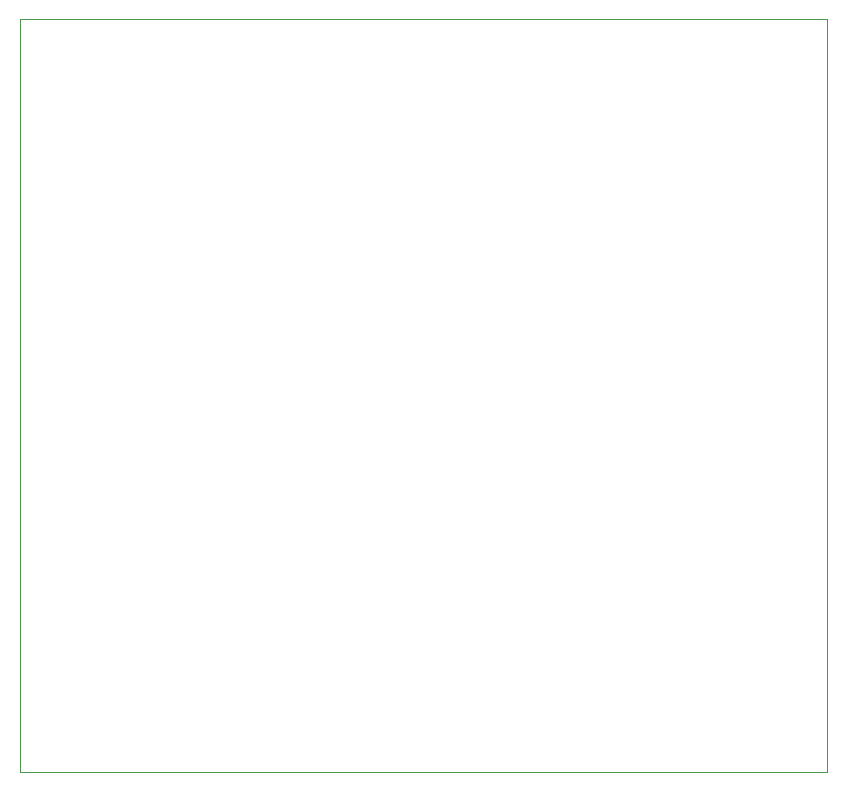
<source format=gm1>
%TF.GenerationSoftware,KiCad,Pcbnew,9.0.4*%
%TF.CreationDate,2025-12-21T19:05:22-05:00*%
%TF.ProjectId,esc,6573632e-6b69-4636-9164-5f7063625858,rev?*%
%TF.SameCoordinates,Original*%
%TF.FileFunction,Profile,NP*%
%FSLAX46Y46*%
G04 Gerber Fmt 4.6, Leading zero omitted, Abs format (unit mm)*
G04 Created by KiCad (PCBNEW 9.0.4) date 2025-12-21 19:05:22*
%MOMM*%
%LPD*%
G01*
G04 APERTURE LIST*
%TA.AperFunction,Profile*%
%ADD10C,0.050000*%
%TD*%
G04 APERTURE END LIST*
D10*
X110112500Y-62425000D02*
X178412500Y-62425000D01*
X178412500Y-126175000D01*
X110112500Y-126175000D01*
X110112500Y-62425000D01*
M02*

</source>
